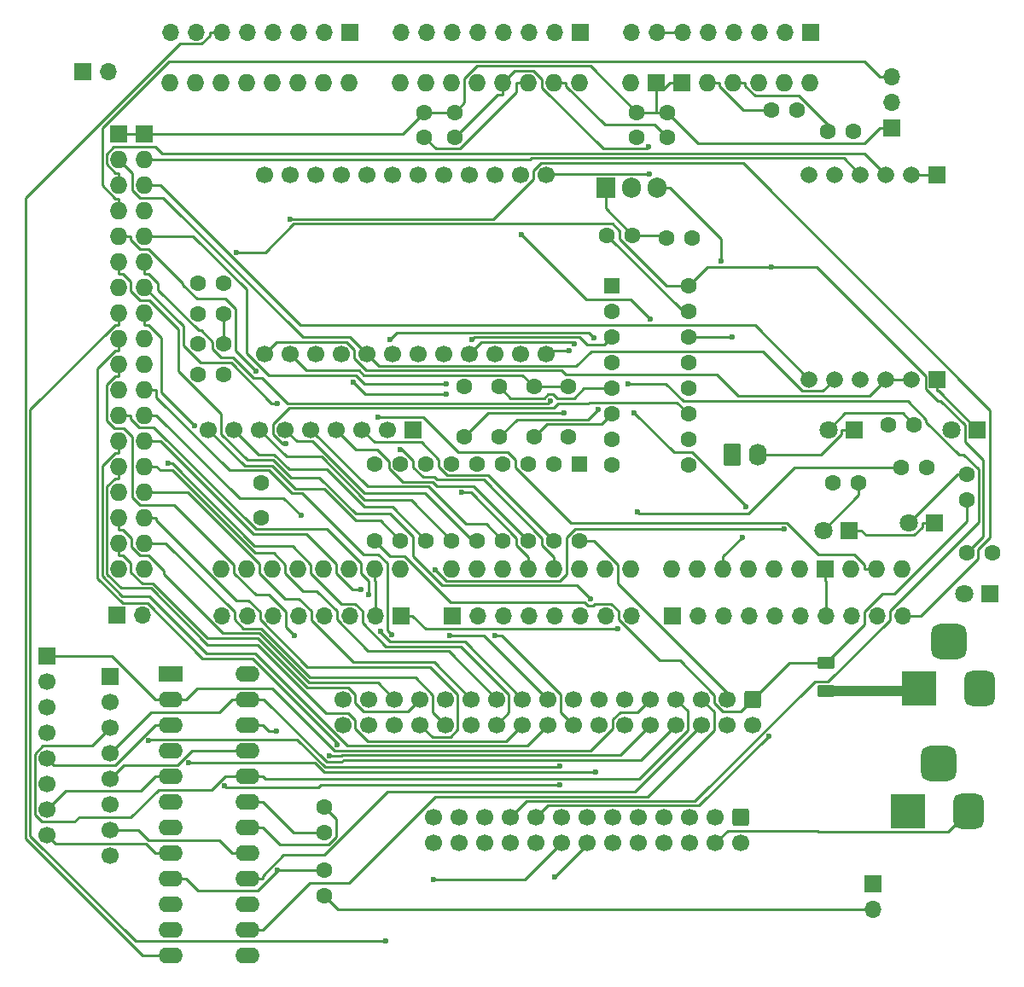
<source format=gbr>
G04 #@! TF.GenerationSoftware,KiCad,Pcbnew,9.0.4*
G04 #@! TF.CreationDate,2025-11-12T22:14:27+11:00*
G04 #@! TF.ProjectId,Jet Ranger Prod Radio Controller,4a657420-5261-46e6-9765-722050726f64,rev?*
G04 #@! TF.SameCoordinates,Original*
G04 #@! TF.FileFunction,Copper,L1,Top*
G04 #@! TF.FilePolarity,Positive*
%FSLAX46Y46*%
G04 Gerber Fmt 4.6, Leading zero omitted, Abs format (unit mm)*
G04 Created by KiCad (PCBNEW 9.0.4) date 2025-11-12 22:14:27*
%MOMM*%
%LPD*%
G01*
G04 APERTURE LIST*
G04 Aperture macros list*
%AMRoundRect*
0 Rectangle with rounded corners*
0 $1 Rounding radius*
0 $2 $3 $4 $5 $6 $7 $8 $9 X,Y pos of 4 corners*
0 Add a 4 corners polygon primitive as box body*
4,1,4,$2,$3,$4,$5,$6,$7,$8,$9,$2,$3,0*
0 Add four circle primitives for the rounded corners*
1,1,$1+$1,$2,$3*
1,1,$1+$1,$4,$5*
1,1,$1+$1,$6,$7*
1,1,$1+$1,$8,$9*
0 Add four rect primitives between the rounded corners*
20,1,$1+$1,$2,$3,$4,$5,0*
20,1,$1+$1,$4,$5,$6,$7,0*
20,1,$1+$1,$6,$7,$8,$9,0*
20,1,$1+$1,$8,$9,$2,$3,0*%
G04 Aperture macros list end*
G04 #@! TA.AperFunction,ComponentPad*
%ADD10RoundRect,0.250000X-0.600000X0.600000X-0.600000X-0.600000X0.600000X-0.600000X0.600000X0.600000X0*%
G04 #@! TD*
G04 #@! TA.AperFunction,ComponentPad*
%ADD11C,1.700000*%
G04 #@! TD*
G04 #@! TA.AperFunction,SMDPad,CuDef*
%ADD12RoundRect,0.250000X-0.625000X0.375000X-0.625000X-0.375000X0.625000X-0.375000X0.625000X0.375000X0*%
G04 #@! TD*
G04 #@! TA.AperFunction,ComponentPad*
%ADD13C,1.600000*%
G04 #@! TD*
G04 #@! TA.AperFunction,ComponentPad*
%ADD14R,1.700000X1.700000*%
G04 #@! TD*
G04 #@! TA.AperFunction,ComponentPad*
%ADD15O,1.700000X1.700000*%
G04 #@! TD*
G04 #@! TA.AperFunction,ComponentPad*
%ADD16R,2.400000X1.600000*%
G04 #@! TD*
G04 #@! TA.AperFunction,ComponentPad*
%ADD17O,2.400000X1.600000*%
G04 #@! TD*
G04 #@! TA.AperFunction,ComponentPad*
%ADD18RoundRect,0.250000X-0.620000X-0.845000X0.620000X-0.845000X0.620000X0.845000X-0.620000X0.845000X0*%
G04 #@! TD*
G04 #@! TA.AperFunction,ComponentPad*
%ADD19O,1.740000X2.190000*%
G04 #@! TD*
G04 #@! TA.AperFunction,ComponentPad*
%ADD20R,1.800000X1.800000*%
G04 #@! TD*
G04 #@! TA.AperFunction,ComponentPad*
%ADD21C,1.800000*%
G04 #@! TD*
G04 #@! TA.AperFunction,ComponentPad*
%ADD22R,3.500000X3.500000*%
G04 #@! TD*
G04 #@! TA.AperFunction,ComponentPad*
%ADD23RoundRect,0.750000X0.750000X1.000000X-0.750000X1.000000X-0.750000X-1.000000X0.750000X-1.000000X0*%
G04 #@! TD*
G04 #@! TA.AperFunction,ComponentPad*
%ADD24RoundRect,0.875000X0.875000X0.875000X-0.875000X0.875000X-0.875000X-0.875000X0.875000X-0.875000X0*%
G04 #@! TD*
G04 #@! TA.AperFunction,ComponentPad*
%ADD25RoundRect,0.250000X-0.550000X-0.550000X0.550000X-0.550000X0.550000X0.550000X-0.550000X0.550000X0*%
G04 #@! TD*
G04 #@! TA.AperFunction,ComponentPad*
%ADD26RoundRect,0.250000X-0.550000X0.550000X-0.550000X-0.550000X0.550000X-0.550000X0.550000X0.550000X0*%
G04 #@! TD*
G04 #@! TA.AperFunction,ComponentPad*
%ADD27R,1.905000X2.000000*%
G04 #@! TD*
G04 #@! TA.AperFunction,ComponentPad*
%ADD28O,1.905000X2.000000*%
G04 #@! TD*
G04 #@! TA.AperFunction,ComponentPad*
%ADD29R,1.665000X1.665000*%
G04 #@! TD*
G04 #@! TA.AperFunction,ComponentPad*
%ADD30C,1.665000*%
G04 #@! TD*
G04 #@! TA.AperFunction,ComponentPad*
%ADD31O,1.727200X1.727200*%
G04 #@! TD*
G04 #@! TA.AperFunction,ComponentPad*
%ADD32R,1.727200X1.727200*%
G04 #@! TD*
G04 #@! TA.AperFunction,ViaPad*
%ADD33C,0.600000*%
G04 #@! TD*
G04 #@! TA.AperFunction,Conductor*
%ADD34C,0.250000*%
G04 #@! TD*
G04 #@! TA.AperFunction,Conductor*
%ADD35C,1.000000*%
G04 #@! TD*
G04 APERTURE END LIST*
D10*
X103530000Y-107250000D03*
D11*
X103530000Y-109790000D03*
X100990000Y-107250000D03*
X100990000Y-109790000D03*
X98450000Y-107250000D03*
X98450000Y-109790000D03*
X95910000Y-107250000D03*
X95910000Y-109790000D03*
X93370000Y-107250000D03*
X93370000Y-109790000D03*
X90830000Y-107250000D03*
X90830000Y-109790000D03*
X88290000Y-107250000D03*
X88290000Y-109790000D03*
X85750000Y-107250000D03*
X85750000Y-109790000D03*
X83210000Y-107250000D03*
X83210000Y-109790000D03*
X80670000Y-107250000D03*
X80670000Y-109790000D03*
X78130000Y-107250000D03*
X78130000Y-109790000D03*
X75590000Y-107250000D03*
X75590000Y-109790000D03*
X73050000Y-107250000D03*
X73050000Y-109790000D03*
X70510000Y-107250000D03*
X70510000Y-109790000D03*
X67970000Y-107250000D03*
X67970000Y-109790000D03*
X65430000Y-107250000D03*
X65430000Y-109790000D03*
X62890000Y-107250000D03*
X62890000Y-109790000D03*
D12*
X110750000Y-103650000D03*
X110750000Y-106450000D03*
D13*
X70940000Y-51500000D03*
X70940000Y-49000000D03*
X78350000Y-81250000D03*
X78350000Y-76250000D03*
D14*
X63500000Y-41046400D03*
D15*
X60960000Y-41046400D03*
X58420000Y-41046400D03*
X55880000Y-41046400D03*
X53340000Y-41046400D03*
X50800000Y-41046400D03*
X48260000Y-41046400D03*
X45720000Y-41046400D03*
D16*
X45750000Y-104750000D03*
D17*
X45750000Y-107290000D03*
X45750000Y-109830000D03*
X45750000Y-112370000D03*
X45750000Y-114910000D03*
X45750000Y-117450000D03*
X45750000Y-119990000D03*
X45750000Y-122530000D03*
X45750000Y-125070000D03*
X45750000Y-127610000D03*
X45750000Y-130150000D03*
X45750000Y-132690000D03*
X53370000Y-132690000D03*
X53370000Y-130150000D03*
X53370000Y-127610000D03*
X53370000Y-125070000D03*
X53370000Y-122530000D03*
X53370000Y-119990000D03*
X53370000Y-117450000D03*
X53370000Y-114910000D03*
X53370000Y-112370000D03*
X53370000Y-109830000D03*
X53370000Y-107290000D03*
X53370000Y-104750000D03*
D14*
X117298000Y-50550000D03*
D15*
X117298000Y-48010000D03*
X117298000Y-45470000D03*
D14*
X86360000Y-41046400D03*
D15*
X83820000Y-41046400D03*
X81280000Y-41046400D03*
X78740000Y-41046400D03*
X76200000Y-41046400D03*
X73660000Y-41046400D03*
X71120000Y-41046400D03*
X68580000Y-41046400D03*
D18*
X101500000Y-83000000D03*
D19*
X104040000Y-83000000D03*
D13*
X51040000Y-72000000D03*
X48500000Y-72000000D03*
D20*
X113540000Y-80500000D03*
D21*
X111000000Y-80500000D03*
D13*
X61000000Y-117960000D03*
X61000000Y-120500000D03*
X118250000Y-84250000D03*
X120790000Y-84250000D03*
X51040000Y-66000000D03*
X48500000Y-66000000D03*
X124750000Y-87500000D03*
X124750000Y-84960000D03*
D14*
X37000000Y-45000000D03*
D15*
X39540000Y-45000000D03*
D22*
X118949000Y-118350000D03*
D23*
X124949000Y-118350000D03*
D24*
X121949000Y-113650000D03*
D25*
X89515000Y-66250000D03*
D13*
X89515000Y-68790000D03*
X89515000Y-71330000D03*
X89515000Y-73870000D03*
X89515000Y-76410000D03*
X89515000Y-78950000D03*
X89515000Y-81490000D03*
X89515000Y-84030000D03*
X97135000Y-84030000D03*
X97135000Y-81490000D03*
X97135000Y-78950000D03*
X97135000Y-76410000D03*
X97135000Y-73870000D03*
X97135000Y-71330000D03*
X97135000Y-68790000D03*
X97135000Y-66250000D03*
X73950000Y-51500000D03*
X73950000Y-49000000D03*
D20*
X127040000Y-96750000D03*
D21*
X124500000Y-96750000D03*
D13*
X54750000Y-85750000D03*
X54750000Y-89250000D03*
D20*
X125770000Y-80500000D03*
D21*
X123230000Y-80500000D03*
D26*
X86320000Y-83880000D03*
D13*
X83780000Y-83880000D03*
X81240000Y-83880000D03*
X78700000Y-83880000D03*
X76160000Y-83880000D03*
X73620000Y-83880000D03*
X71080000Y-83880000D03*
X68540000Y-83880000D03*
X66000000Y-83880000D03*
X66000000Y-91500000D03*
X68540000Y-91500000D03*
X71080000Y-91500000D03*
X73620000Y-91500000D03*
X76160000Y-91500000D03*
X78700000Y-91500000D03*
X81240000Y-91500000D03*
X83780000Y-91500000D03*
X86320000Y-91500000D03*
X51040000Y-69000000D03*
X48500000Y-69000000D03*
X51000000Y-75000000D03*
X48460000Y-75000000D03*
X124710000Y-92750000D03*
X127250000Y-92750000D03*
X117000000Y-80000000D03*
X119540000Y-80000000D03*
D14*
X68580000Y-98958400D03*
D15*
X66040000Y-98958400D03*
X63500000Y-98958400D03*
X60960000Y-98958400D03*
X58420000Y-98958400D03*
X55880000Y-98958400D03*
X53340000Y-98958400D03*
X50800000Y-98958400D03*
D14*
X33500000Y-103000000D03*
D11*
X33500000Y-105540000D03*
X33500000Y-108080000D03*
X33500000Y-110620000D03*
X33500000Y-113160000D03*
X33500000Y-115700000D03*
X33500000Y-118240000D03*
X33500000Y-120780000D03*
D13*
X94960000Y-61500000D03*
X97500000Y-61500000D03*
D27*
X88920000Y-56500000D03*
D28*
X91460000Y-56500000D03*
X94000000Y-56500000D03*
D29*
X121809000Y-55183300D03*
D30*
X119269000Y-55183300D03*
X116729000Y-55183300D03*
X114189000Y-55183300D03*
X111649000Y-55183300D03*
X109109000Y-55183300D03*
D29*
X121809000Y-75503300D03*
D30*
X119269000Y-75503300D03*
X116729000Y-75503300D03*
X114189000Y-75503300D03*
X111649000Y-75503300D03*
X109109000Y-75503300D03*
D20*
X113040000Y-90500000D03*
D21*
X110500000Y-90500000D03*
D13*
X111455000Y-85750000D03*
X113995000Y-85750000D03*
D14*
X109220000Y-41046400D03*
D15*
X106680000Y-41046400D03*
X104140000Y-41046400D03*
X101600000Y-41046400D03*
X99060000Y-41046400D03*
X96520000Y-41046400D03*
X93980000Y-41046400D03*
X91440000Y-41046400D03*
D13*
X95000000Y-51500000D03*
X95000000Y-49000000D03*
D14*
X115450000Y-125560000D03*
D15*
X115450000Y-128100000D03*
D13*
X61000000Y-126750000D03*
X61000000Y-124250000D03*
D11*
X55060000Y-73000000D03*
X57600000Y-73000000D03*
X60140000Y-73000000D03*
X62680000Y-73000000D03*
X65220000Y-73000000D03*
X67760000Y-73000000D03*
X70300000Y-73000000D03*
X72840000Y-73000000D03*
X75380000Y-73000000D03*
X77920000Y-73000000D03*
X80460000Y-73000000D03*
X83000000Y-73000000D03*
X83000000Y-55220000D03*
X80460000Y-55220000D03*
X77920000Y-55220000D03*
X75380000Y-55220000D03*
X72840000Y-55220000D03*
X70300000Y-55220000D03*
X67760000Y-55220000D03*
X65220000Y-55220000D03*
X62680000Y-55220000D03*
X60140000Y-55220000D03*
X57600000Y-55220000D03*
X55060000Y-55220000D03*
D13*
X110960000Y-50900000D03*
X113500000Y-50900000D03*
X89037500Y-61212500D03*
X91577500Y-61212500D03*
X105350000Y-48750000D03*
X107890000Y-48750000D03*
X91990000Y-51500000D03*
X91990000Y-49000000D03*
D14*
X39750000Y-105000000D03*
D11*
X39750000Y-107540000D03*
X39750000Y-110080000D03*
X39750000Y-112620000D03*
X39750000Y-115160000D03*
X39750000Y-117700000D03*
X39750000Y-120240000D03*
X39750000Y-122780000D03*
D20*
X121540000Y-89750000D03*
D21*
X119000000Y-89750000D03*
D13*
X74900000Y-81250000D03*
X74900000Y-76250000D03*
X81800000Y-81250000D03*
X81800000Y-76250000D03*
D14*
X69820000Y-80500000D03*
D11*
X67280000Y-80500000D03*
X64740000Y-80500000D03*
X62200000Y-80500000D03*
X59660000Y-80500000D03*
X57120000Y-80500000D03*
X54580000Y-80500000D03*
X52040000Y-80500000D03*
X49500000Y-80500000D03*
D22*
X120000000Y-106207500D03*
D23*
X126000000Y-106207500D03*
D24*
X123000000Y-101507500D03*
D14*
X95504000Y-98958400D03*
D15*
X98044000Y-98958400D03*
X100584000Y-98958400D03*
X103124000Y-98958400D03*
X105664000Y-98958400D03*
X108204000Y-98958400D03*
X110744000Y-98958400D03*
X113284000Y-98958400D03*
X115824000Y-98958400D03*
X118364000Y-98958400D03*
D10*
X102330000Y-119000000D03*
D11*
X102330000Y-121540000D03*
X99790000Y-119000000D03*
X99790000Y-121540000D03*
X97250000Y-119000000D03*
X97250000Y-121540000D03*
X94710000Y-119000000D03*
X94710000Y-121540000D03*
X92170000Y-119000000D03*
X92170000Y-121540000D03*
X89630000Y-119000000D03*
X89630000Y-121540000D03*
X87090000Y-119000000D03*
X87090000Y-121540000D03*
X84550000Y-119000000D03*
X84550000Y-121540000D03*
X82010000Y-119000000D03*
X82010000Y-121540000D03*
X79470000Y-119000000D03*
X79470000Y-121540000D03*
X76930000Y-119000000D03*
X76930000Y-121540000D03*
X74390000Y-119000000D03*
X74390000Y-121540000D03*
X71850000Y-119000000D03*
X71850000Y-121540000D03*
D13*
X85250000Y-81250000D03*
X85250000Y-76250000D03*
D14*
X40411400Y-98933000D03*
D15*
X42951400Y-98933000D03*
D14*
X73660000Y-98958400D03*
D15*
X76200000Y-98958400D03*
X78740000Y-98958400D03*
X81280000Y-98958400D03*
X83820000Y-98958400D03*
X86360000Y-98958400D03*
X88900000Y-98958400D03*
X91440000Y-98958400D03*
D31*
X109205000Y-46039300D03*
X101585000Y-46039300D03*
X99045000Y-46039300D03*
X43165000Y-94299300D03*
X40625000Y-94299300D03*
X86345000Y-46039300D03*
X83805000Y-46039300D03*
X81265000Y-46039300D03*
X78725000Y-46039300D03*
X76185000Y-46039300D03*
X73645000Y-46039300D03*
X71105000Y-46039300D03*
X68565000Y-46039300D03*
X63485000Y-46039300D03*
X60945000Y-46039300D03*
X58405000Y-46039300D03*
X55865000Y-46039300D03*
X53325000Y-46039300D03*
X50785000Y-46039300D03*
X48245000Y-46039300D03*
X45705000Y-46039300D03*
X113269000Y-94299300D03*
X73645000Y-94299300D03*
X76185000Y-94299300D03*
X78725000Y-94299300D03*
X81265000Y-94299300D03*
X83805000Y-94299300D03*
X86345000Y-94299300D03*
X88885000Y-94299300D03*
X91425000Y-94299300D03*
X95489000Y-94299300D03*
X98029000Y-94299300D03*
X100569000Y-94299300D03*
X103109000Y-94299300D03*
X105649000Y-94299300D03*
X108189000Y-94299300D03*
X68565000Y-94299300D03*
X66025000Y-94299300D03*
X63485000Y-94299300D03*
X60945000Y-94299300D03*
X58405000Y-94299300D03*
X55865000Y-94299300D03*
X53325000Y-94299300D03*
X50785000Y-94299300D03*
X43165000Y-91759300D03*
X40625000Y-91759300D03*
X43165000Y-89219300D03*
X40625000Y-89219300D03*
X43165000Y-86679300D03*
X40625000Y-86679300D03*
X43165000Y-84139300D03*
X40625000Y-84139300D03*
X43165000Y-81599300D03*
X40625000Y-81599300D03*
X43165000Y-79059300D03*
X40625000Y-79059300D03*
X43165000Y-76519300D03*
X40625000Y-76519300D03*
X43165000Y-73979300D03*
X40625000Y-73979300D03*
X43165000Y-71439300D03*
X40625000Y-71439300D03*
X43165000Y-68899300D03*
X40625000Y-68899300D03*
X43165000Y-66359300D03*
X40625000Y-66359300D03*
X43165000Y-63819300D03*
X40625000Y-63819300D03*
X43165000Y-61279300D03*
X40625000Y-61279300D03*
X43165000Y-58739300D03*
X40625000Y-58739300D03*
X43165000Y-56199300D03*
X40625000Y-56199300D03*
X43165000Y-53659300D03*
X40625000Y-53659300D03*
D32*
X110729000Y-94299300D03*
X96505000Y-46039300D03*
X93965000Y-46039300D03*
X43165000Y-51119300D03*
X40625000Y-51119300D03*
D31*
X106665000Y-46039300D03*
X104125000Y-46039300D03*
X118349000Y-94299300D03*
X115809000Y-94299300D03*
X91425000Y-46039300D03*
D33*
X93278200Y-55098000D03*
X101500000Y-71330000D03*
X43592400Y-111357100D03*
X84342600Y-113888600D03*
X91096500Y-75922800D03*
X85825100Y-71987300D03*
X105125600Y-110899400D03*
X102814800Y-88155800D03*
X91732300Y-78800500D03*
X85295300Y-72690800D03*
X67108200Y-131277300D03*
X83885400Y-124898800D03*
X62277800Y-111762300D03*
X71803600Y-125177800D03*
X48109900Y-80118400D03*
X51099400Y-115874600D03*
X84342600Y-115788800D03*
X100347400Y-63736000D03*
X47538900Y-113574100D03*
X87945100Y-114468700D03*
X58008100Y-100927500D03*
X56332800Y-77877800D03*
X88183100Y-78480000D03*
X84801400Y-78868800D03*
X75685400Y-71529100D03*
X68512800Y-82448700D03*
X74624000Y-86718100D03*
X57223400Y-81892100D03*
X80534900Y-61157700D03*
X93298000Y-69538800D03*
X67521500Y-71521800D03*
X87781800Y-71418400D03*
X56218900Y-110453500D03*
X93133700Y-52457800D03*
X73483100Y-100904600D03*
X54224700Y-74716200D03*
X45508300Y-83872100D03*
X67697500Y-100865300D03*
X87395500Y-97330400D03*
X64675200Y-96394800D03*
X66580900Y-100550800D03*
X61495800Y-112888100D03*
X73100300Y-75947500D03*
X77970600Y-100945200D03*
X58728400Y-89042400D03*
X63868500Y-75790400D03*
X73145400Y-76969600D03*
X102463000Y-91206500D03*
X72010800Y-94400900D03*
X106610800Y-90388000D03*
X90155000Y-100245800D03*
X92045200Y-88680000D03*
X65405000Y-96846800D03*
X57577600Y-59584200D03*
X66361900Y-79250200D03*
X83440600Y-77632100D03*
X105350000Y-64382800D03*
X52269400Y-62883600D03*
X56370800Y-124192500D03*
D34*
X83122000Y-55098000D02*
X93278200Y-55098000D01*
X83000000Y-55220000D02*
X83122000Y-55098000D01*
X97135000Y-71330000D02*
X101500000Y-71330000D01*
X84267900Y-113963300D02*
X84342600Y-113888600D01*
X61050400Y-113963300D02*
X84267900Y-113963300D01*
X58315600Y-111228500D02*
X61050400Y-113963300D01*
X43721000Y-111228500D02*
X58315600Y-111228500D01*
X43592400Y-111357100D02*
X43721000Y-111228500D01*
X94900500Y-75922800D02*
X91096500Y-75922800D01*
X96657700Y-77680000D02*
X94900500Y-75922800D01*
X118889000Y-77680000D02*
X96657700Y-77680000D01*
X120709800Y-79500800D02*
X118889000Y-77680000D01*
X120709800Y-79745900D02*
X120709800Y-79500800D01*
X123963700Y-82999800D02*
X120709800Y-79745900D01*
X124449700Y-82999800D02*
X123963700Y-82999800D01*
X125895000Y-84445100D02*
X124449700Y-82999800D01*
X125895000Y-89662500D02*
X125895000Y-84445100D01*
X117094000Y-98463500D02*
X125895000Y-89662500D01*
X117094000Y-99383100D02*
X117094000Y-98463500D01*
X110978300Y-105498800D02*
X117094000Y-99383100D01*
X109642200Y-105498800D02*
X110978300Y-105498800D01*
X97767400Y-117373600D02*
X109642200Y-105498800D01*
X81096400Y-117373600D02*
X97767400Y-117373600D01*
X79470000Y-119000000D02*
X81096400Y-117373600D01*
X76564400Y-71815600D02*
X75380000Y-73000000D01*
X85653400Y-71815600D02*
X76564400Y-71815600D01*
X85825100Y-71987300D02*
X85653400Y-71815600D01*
X98201200Y-117823800D02*
X105125600Y-110899400D01*
X83186200Y-117823800D02*
X98201200Y-117823800D01*
X82010000Y-119000000D02*
X83186200Y-117823800D01*
X95691800Y-82760000D02*
X91732300Y-78800500D01*
X97509900Y-82760000D02*
X95691800Y-82760000D01*
X102814800Y-88064900D02*
X97509900Y-82760000D01*
X102814800Y-88155800D02*
X102814800Y-88064900D01*
X83309200Y-72690800D02*
X85295300Y-72690800D01*
X83000000Y-73000000D02*
X83309200Y-72690800D01*
X87090000Y-121694200D02*
X87090000Y-121540000D01*
X83885400Y-124898800D02*
X87090000Y-121694200D01*
X40625000Y-68899300D02*
X40625000Y-70088000D01*
X40253500Y-70088000D02*
X40625000Y-70088000D01*
X31821900Y-78519600D02*
X40253500Y-70088000D01*
X31821900Y-120813800D02*
X31821900Y-78519600D01*
X42285400Y-131277300D02*
X31821900Y-120813800D01*
X67108200Y-131277300D02*
X42285400Y-131277300D01*
X62277800Y-111636700D02*
X62277800Y-111762300D01*
X53884900Y-103243800D02*
X62277800Y-111636700D01*
X48924000Y-103243800D02*
X53884900Y-103243800D01*
X43438100Y-97757900D02*
X48924000Y-103243800D01*
X41003200Y-97757900D02*
X43438100Y-97757900D01*
X38480800Y-95235500D02*
X41003200Y-97757900D01*
X38480800Y-74400700D02*
X38480800Y-95235500D01*
X40253500Y-72628000D02*
X38480800Y-74400700D01*
X40625000Y-72628000D02*
X40253500Y-72628000D01*
X40625000Y-71439300D02*
X40625000Y-72628000D01*
X80912200Y-125177800D02*
X71803600Y-125177800D01*
X84550000Y-121540000D02*
X80912200Y-125177800D01*
X44803900Y-76812400D02*
X48109900Y-80118400D01*
X44803900Y-71355400D02*
X44803900Y-76812400D01*
X43536500Y-70088000D02*
X44803900Y-71355400D01*
X43165000Y-70088000D02*
X43536500Y-70088000D01*
X60667100Y-115788800D02*
X84342600Y-115788800D01*
X60417700Y-116038200D02*
X60667100Y-115788800D01*
X51263000Y-116038200D02*
X60417700Y-116038200D01*
X51099400Y-115874600D02*
X51263000Y-116038200D01*
X43165000Y-68899300D02*
X43165000Y-70088000D01*
X100347400Y-61569800D02*
X95277600Y-56500000D01*
X100347400Y-63736000D02*
X100347400Y-61569800D01*
X94000000Y-56500000D02*
X95277600Y-56500000D01*
X87900100Y-114513700D02*
X87945100Y-114468700D01*
X60964200Y-114513700D02*
X87900100Y-114513700D01*
X60024600Y-113574100D02*
X60964200Y-114513700D01*
X47538900Y-113574100D02*
X60024600Y-113574100D01*
X57214200Y-100133600D02*
X58008100Y-100927500D01*
X57214200Y-98578200D02*
X57214200Y-100133600D01*
X55532000Y-96896000D02*
X57214200Y-98578200D01*
X54232600Y-96896000D02*
X55532000Y-96896000D01*
X52055000Y-94718400D02*
X54232600Y-96896000D01*
X52055000Y-93877300D02*
X52055000Y-94718400D01*
X46127000Y-87949300D02*
X52055000Y-93877300D01*
X42731800Y-87949300D02*
X46127000Y-87949300D01*
X41976200Y-87193700D02*
X42731800Y-87949300D01*
X41976200Y-81246800D02*
X41976200Y-87193700D01*
X41091500Y-80362100D02*
X41976200Y-81246800D01*
X40162900Y-80362100D02*
X41091500Y-80362100D01*
X39412200Y-79611400D02*
X40162900Y-80362100D01*
X39412200Y-76046700D02*
X39412200Y-79611400D01*
X40290900Y-75168000D02*
X39412200Y-76046700D01*
X40625000Y-75168000D02*
X40290900Y-75168000D01*
X40625000Y-73979300D02*
X40625000Y-75168000D01*
X55781900Y-77877800D02*
X56332800Y-77877800D01*
X51751200Y-73847100D02*
X55781900Y-77877800D01*
X48718800Y-73847100D02*
X51751200Y-73847100D01*
X47037000Y-72165300D02*
X48718800Y-73847100D01*
X47037000Y-70231300D02*
X47037000Y-72165300D01*
X43165000Y-66359300D02*
X47037000Y-70231300D01*
X88521000Y-79944000D02*
X89515000Y-78950000D01*
X83106000Y-79944000D02*
X88521000Y-79944000D01*
X81800000Y-81250000D02*
X83106000Y-79944000D01*
X87169200Y-79493900D02*
X88183100Y-78480000D01*
X80106100Y-79493900D02*
X87169200Y-79493900D01*
X78350000Y-81250000D02*
X80106100Y-79493900D01*
X79490100Y-77390100D02*
X78350000Y-76250000D01*
X82798700Y-77390100D02*
X79490100Y-77390100D01*
X83181800Y-77007000D02*
X82798700Y-77390100D01*
X83699600Y-77007000D02*
X83181800Y-77007000D01*
X84082700Y-77390100D02*
X83699600Y-77007000D01*
X85763800Y-77390100D02*
X84082700Y-77390100D01*
X86743900Y-76410000D02*
X85763800Y-77390100D01*
X89515000Y-76410000D02*
X86743900Y-76410000D01*
X77281200Y-78868800D02*
X74900000Y-81250000D01*
X84801400Y-78868800D02*
X77281200Y-78868800D01*
X88801500Y-72043500D02*
X89515000Y-71330000D01*
X87032600Y-72043500D02*
X88801500Y-72043500D01*
X86319100Y-71330000D02*
X87032600Y-72043500D01*
X75884500Y-71330000D02*
X86319100Y-71330000D01*
X75685400Y-71529100D02*
X75884500Y-71330000D01*
X40625000Y-91759300D02*
X40625000Y-92948000D01*
X69319400Y-108440600D02*
X70510000Y-107250000D01*
X64890500Y-108440600D02*
X69319400Y-108440600D01*
X64065100Y-107615200D02*
X64890500Y-108440600D01*
X64065100Y-106763300D02*
X64065100Y-107615200D01*
X63376700Y-106074900D02*
X64065100Y-106763300D01*
X59283300Y-106074900D02*
X63376700Y-106074900D01*
X54380100Y-101171700D02*
X59283300Y-106074900D01*
X49399600Y-101171700D02*
X54380100Y-101171700D01*
X44009600Y-95781700D02*
X49399600Y-101171700D01*
X42919900Y-95781700D02*
X44009600Y-95781700D01*
X41813700Y-94675500D02*
X42919900Y-95781700D01*
X41813700Y-93765100D02*
X41813700Y-94675500D01*
X40996600Y-92948000D02*
X41813700Y-93765100D01*
X40625000Y-92948000D02*
X40996600Y-92948000D01*
X43165000Y-89219300D02*
X44353700Y-89219300D01*
X71706900Y-110986900D02*
X70510000Y-109790000D01*
X73530900Y-110986900D02*
X71706900Y-110986900D01*
X74233400Y-110284400D02*
X73530900Y-110986900D01*
X74233400Y-106748000D02*
X74233400Y-110284400D01*
X71524500Y-104039100D02*
X74233400Y-106748000D01*
X59292200Y-104039100D02*
X71524500Y-104039100D01*
X54610000Y-99356900D02*
X59292200Y-104039100D01*
X54610000Y-98562700D02*
X54610000Y-99356900D01*
X53488300Y-97441000D02*
X54610000Y-98562700D01*
X52242700Y-97441000D02*
X53488300Y-97441000D01*
X44353700Y-89552000D02*
X52242700Y-97441000D01*
X44353700Y-89219300D02*
X44353700Y-89552000D01*
X71780000Y-108520000D02*
X73050000Y-109790000D01*
X71780000Y-106835100D02*
X71780000Y-108520000D01*
X70016300Y-105071400D02*
X71780000Y-106835100D01*
X59553000Y-105071400D02*
X70016300Y-105071400D01*
X54753100Y-100271500D02*
X59553000Y-105071400D01*
X52990400Y-100271500D02*
X54753100Y-100271500D01*
X52070000Y-99351100D02*
X52990400Y-100271500D01*
X52070000Y-98566400D02*
X52070000Y-99351100D01*
X45262900Y-91759300D02*
X52070000Y-98566400D01*
X43165000Y-91759300D02*
X45262900Y-91759300D01*
X83805000Y-94299300D02*
X83805000Y-93110600D01*
X68706900Y-82448700D02*
X68512800Y-82448700D01*
X69810100Y-83551900D02*
X68706900Y-82448700D01*
X69810100Y-84239200D02*
X69810100Y-83551900D01*
X70801100Y-85230200D02*
X69810100Y-84239200D01*
X71932700Y-85230200D02*
X70801100Y-85230200D01*
X72157800Y-85455300D02*
X71932700Y-85230200D01*
X76802900Y-85455300D02*
X72157800Y-85455300D01*
X82616300Y-91268700D02*
X76802900Y-85455300D01*
X82616300Y-91996300D02*
X82616300Y-91268700D01*
X83730600Y-93110600D02*
X82616300Y-91996300D01*
X83805000Y-93110600D02*
X83730600Y-93110600D01*
X93750000Y-50250000D02*
X95000000Y-51500000D01*
X88832900Y-50250000D02*
X93750000Y-50250000D01*
X84993700Y-46410800D02*
X88832900Y-50250000D01*
X84993700Y-46039300D02*
X84993700Y-46410800D01*
X83805000Y-46039300D02*
X84993700Y-46039300D01*
X75522000Y-86718100D02*
X74624000Y-86718100D01*
X80076300Y-91272400D02*
X75522000Y-86718100D01*
X80076300Y-91996300D02*
X80076300Y-91272400D01*
X81190600Y-93110600D02*
X80076300Y-91996300D01*
X81265000Y-93110600D02*
X81190600Y-93110600D01*
X81265000Y-94299300D02*
X81265000Y-93110600D01*
X95985100Y-77800100D02*
X97135000Y-78950000D01*
X87306900Y-77800100D02*
X95985100Y-77800100D01*
X87165800Y-77941200D02*
X87306900Y-77800100D01*
X84205100Y-77941200D02*
X87165800Y-77941200D01*
X83786600Y-78359700D02*
X84205100Y-77941200D01*
X57494000Y-78359700D02*
X83786600Y-78359700D01*
X55918900Y-79934800D02*
X57494000Y-78359700D01*
X55918900Y-80967200D02*
X55918900Y-79934800D01*
X56843800Y-81892100D02*
X55918900Y-80967200D01*
X57223400Y-81892100D02*
X56843800Y-81892100D01*
X66546200Y-89506200D02*
X68540000Y-91500000D01*
X64086600Y-89506200D02*
X66546200Y-89506200D01*
X60959800Y-86379400D02*
X64086600Y-89506200D01*
X58148000Y-86379400D02*
X60959800Y-86379400D01*
X55867300Y-84098700D02*
X58148000Y-86379400D01*
X53098700Y-84098700D02*
X55867300Y-84098700D01*
X49500000Y-80500000D02*
X53098700Y-84098700D01*
X91360800Y-67601600D02*
X93298000Y-69538800D01*
X86978800Y-67601600D02*
X91360800Y-67601600D01*
X80534900Y-61157700D02*
X86978800Y-67601600D01*
X65290400Y-86130400D02*
X59660000Y-80500000D01*
X71334900Y-86130400D02*
X65290400Y-86130400D01*
X75055200Y-89850700D02*
X71334900Y-86130400D01*
X77050700Y-89850700D02*
X75055200Y-89850700D01*
X78700000Y-91500000D02*
X77050700Y-89850700D01*
X75699000Y-91500000D02*
X76160000Y-91500000D01*
X71004500Y-86805500D02*
X75699000Y-91500000D01*
X64976500Y-86805500D02*
X71004500Y-86805500D01*
X59846200Y-81675200D02*
X64976500Y-86805500D01*
X58295200Y-81675200D02*
X59846200Y-81675200D01*
X57120000Y-80500000D02*
X58295200Y-81675200D01*
X54513400Y-82973400D02*
X52040000Y-80500000D01*
X56015300Y-82973400D02*
X54513400Y-82973400D01*
X57499900Y-84458000D02*
X56015300Y-82973400D01*
X61262600Y-84458000D02*
X57499900Y-84458000D01*
X64960500Y-88155900D02*
X61262600Y-84458000D01*
X67735900Y-88155900D02*
X64960500Y-88155900D01*
X71080000Y-91500000D02*
X67735900Y-88155900D01*
X100990000Y-106640200D02*
X100990000Y-107250000D01*
X90155000Y-95805200D02*
X100990000Y-106640200D01*
X90155000Y-93878200D02*
X90155000Y-95805200D01*
X87776800Y-91500000D02*
X90155000Y-93878200D01*
X86320000Y-91500000D02*
X87776800Y-91500000D01*
X87243200Y-70879800D02*
X87781800Y-71418400D01*
X68163500Y-70879800D02*
X87243200Y-70879800D01*
X67521500Y-71521800D02*
X68163500Y-70879800D01*
X45750000Y-109830000D02*
X44224900Y-109830000D01*
X34144700Y-113804700D02*
X33500000Y-113160000D01*
X40250200Y-113804700D02*
X34144700Y-113804700D01*
X44224900Y-109830000D02*
X40250200Y-113804700D01*
X50574900Y-121260000D02*
X51844900Y-122530000D01*
X43591600Y-121260000D02*
X50574900Y-121260000D01*
X42571600Y-120240000D02*
X43591600Y-121260000D01*
X39750000Y-120240000D02*
X42571600Y-120240000D01*
X53370000Y-122530000D02*
X51844900Y-122530000D01*
X55518600Y-110453500D02*
X54895100Y-109830000D01*
X56218900Y-110453500D02*
X55518600Y-110453500D01*
X53370000Y-109830000D02*
X54895100Y-109830000D01*
X77285100Y-85005100D02*
X83780000Y-91500000D01*
X73147500Y-85005100D02*
X77285100Y-85005100D01*
X72350000Y-84207600D02*
X73147500Y-85005100D01*
X72350000Y-83481200D02*
X72350000Y-84207600D01*
X70619100Y-81750300D02*
X72350000Y-83481200D01*
X65990300Y-81750300D02*
X70619100Y-81750300D01*
X64740000Y-80500000D02*
X65990300Y-81750300D01*
X72074900Y-52634900D02*
X70940000Y-51500000D01*
X74446500Y-52634900D02*
X72074900Y-52634900D01*
X80076300Y-47005100D02*
X74446500Y-52634900D01*
X80076300Y-46039300D02*
X80076300Y-47005100D01*
X81265000Y-46039300D02*
X80076300Y-46039300D01*
X78222000Y-47228000D02*
X73950000Y-51500000D01*
X78725000Y-47228000D02*
X78222000Y-47228000D01*
X78725000Y-46039300D02*
X78725000Y-47228000D01*
X79913800Y-44850500D02*
X78725000Y-46039300D01*
X81759000Y-44850500D02*
X79913800Y-44850500D01*
X82616200Y-45707700D02*
X81759000Y-44850500D01*
X82616200Y-46565000D02*
X82616200Y-45707700D01*
X88684100Y-52632900D02*
X82616200Y-46565000D01*
X92958600Y-52632900D02*
X88684100Y-52632900D01*
X93133700Y-52457800D02*
X92958600Y-52632900D01*
X45750000Y-107290000D02*
X47275100Y-107290000D01*
X39934900Y-103000000D02*
X44224900Y-107290000D01*
X34675100Y-103000000D02*
X39934900Y-103000000D01*
X33500000Y-103000000D02*
X34675100Y-103000000D01*
X45750000Y-107290000D02*
X44224900Y-107290000D01*
X92100000Y-108520000D02*
X93370000Y-107250000D01*
X90399100Y-108520000D02*
X92100000Y-108520000D01*
X89654800Y-109264300D02*
X90399100Y-108520000D01*
X89654800Y-110153000D02*
X89654800Y-109264300D01*
X87450400Y-112357400D02*
X89654800Y-110153000D01*
X62566800Y-112357400D02*
X87450400Y-112357400D01*
X62536800Y-112387400D02*
X62566800Y-112357400D01*
X62018900Y-112387400D02*
X62536800Y-112387400D01*
X55796300Y-106164800D02*
X62018900Y-112387400D01*
X48400300Y-106164800D02*
X55796300Y-106164800D01*
X47275100Y-107290000D02*
X48400300Y-106164800D01*
X69600700Y-87480700D02*
X73620000Y-91500000D01*
X65014900Y-87480700D02*
X69600700Y-87480700D01*
X60732700Y-83198500D02*
X65014900Y-87480700D01*
X57278500Y-83198500D02*
X60732700Y-83198500D01*
X54580000Y-80500000D02*
X57278500Y-83198500D01*
X64163100Y-82463100D02*
X62200000Y-80500000D01*
X66205400Y-82463100D02*
X64163100Y-82463100D01*
X67414900Y-83672600D02*
X66205400Y-82463100D01*
X67414900Y-84345900D02*
X67414900Y-83672600D01*
X68749300Y-85680300D02*
X67414900Y-84345900D01*
X71746100Y-85680300D02*
X68749300Y-85680300D01*
X72158800Y-86093000D02*
X71746100Y-85680300D01*
X75833000Y-86093000D02*
X72158800Y-86093000D01*
X81240000Y-91500000D02*
X75833000Y-86093000D01*
X99663700Y-108463700D02*
X98450000Y-107250000D01*
X99663700Y-110307100D02*
X99663700Y-108463700D01*
X93047400Y-116923400D02*
X99663700Y-110307100D01*
X72026600Y-116923400D02*
X93047400Y-116923400D01*
X63450000Y-125500000D02*
X72026600Y-116923400D01*
X59545100Y-125500000D02*
X63450000Y-125500000D01*
X54895100Y-130150000D02*
X59545100Y-125500000D01*
X53370000Y-130150000D02*
X54895100Y-130150000D01*
X40625000Y-84139300D02*
X40625000Y-85328000D01*
X40253500Y-85328000D02*
X40625000Y-85328000D01*
X39423100Y-86158400D02*
X40253500Y-85328000D01*
X39423100Y-94841000D02*
X39423100Y-86158400D01*
X40813900Y-96231800D02*
X39423100Y-94841000D01*
X43823100Y-96231800D02*
X40813900Y-96231800D01*
X49438100Y-101846800D02*
X43823100Y-96231800D01*
X54418600Y-101846800D02*
X49438100Y-101846800D01*
X61186700Y-108614900D02*
X54418600Y-101846800D01*
X63376700Y-108614900D02*
X61186700Y-108614900D01*
X64065100Y-109303300D02*
X63376700Y-108614900D01*
X64065100Y-110193300D02*
X64065100Y-109303300D01*
X65308800Y-111437000D02*
X64065100Y-110193300D01*
X79023100Y-111437000D02*
X65308800Y-111437000D01*
X79023100Y-111436900D02*
X79023100Y-111437000D01*
X80670000Y-109790000D02*
X79023100Y-111436900D01*
X76864600Y-100904600D02*
X73483100Y-100904600D01*
X83210000Y-107250000D02*
X76864600Y-100904600D01*
X41813700Y-61648800D02*
X41813700Y-61279300D01*
X42714200Y-62549300D02*
X41813700Y-61648800D01*
X43592800Y-62549300D02*
X42714200Y-62549300D01*
X46980000Y-65936500D02*
X43592800Y-62549300D01*
X46980000Y-66132100D02*
X46980000Y-65936500D01*
X48347900Y-67500000D02*
X46980000Y-66132100D01*
X51171700Y-67500000D02*
X48347900Y-67500000D01*
X52165200Y-68493500D02*
X51171700Y-67500000D01*
X52165200Y-72656700D02*
X52165200Y-68493500D01*
X54224700Y-74716200D02*
X52165200Y-72656700D01*
X40625000Y-61279300D02*
X41813700Y-61279300D01*
X79320600Y-108599400D02*
X78130000Y-109790000D01*
X79320600Y-106774000D02*
X79320600Y-108599400D01*
X74560300Y-102013700D02*
X79320600Y-106774000D01*
X67104500Y-102013700D02*
X74560300Y-102013700D01*
X64770000Y-99679200D02*
X67104500Y-102013700D01*
X64770000Y-98519500D02*
X64770000Y-99679200D01*
X64017700Y-97767200D02*
X64770000Y-98519500D01*
X62693700Y-97767200D02*
X64017700Y-97767200D01*
X59675000Y-94748500D02*
X62693700Y-97767200D01*
X59675000Y-93882100D02*
X59675000Y-94748500D01*
X57826700Y-92033800D02*
X59675000Y-93882100D01*
X54082700Y-92033800D02*
X57826700Y-92033800D01*
X45921000Y-83872100D02*
X54082700Y-92033800D01*
X45508300Y-83872100D02*
X45921000Y-83872100D01*
X73343900Y-102463900D02*
X78130000Y-107250000D01*
X65334700Y-102463900D02*
X73343900Y-102463900D01*
X62230000Y-99359200D02*
X65334700Y-102463900D01*
X62230000Y-98494500D02*
X62230000Y-99359200D01*
X60248600Y-96513100D02*
X62230000Y-98494500D01*
X58859900Y-96513100D02*
X60248600Y-96513100D01*
X57135000Y-94788200D02*
X58859900Y-96513100D01*
X57135000Y-93885600D02*
X57135000Y-94788200D01*
X55968600Y-92719200D02*
X57135000Y-93885600D01*
X54131400Y-92719200D02*
X55968600Y-92719200D01*
X45909500Y-84497300D02*
X54131400Y-92719200D01*
X44711700Y-84497300D02*
X45909500Y-84497300D01*
X44353700Y-84139300D02*
X44711700Y-84497300D01*
X43165000Y-84139300D02*
X44353700Y-84139300D01*
X43165000Y-76519300D02*
X44353700Y-76519300D01*
X67245900Y-100413700D02*
X67697500Y-100865300D01*
X67245900Y-93771800D02*
X67245900Y-100413700D01*
X66341900Y-92867800D02*
X67245900Y-93771800D01*
X64867200Y-92867800D02*
X66341900Y-92867800D01*
X58829000Y-86829600D02*
X64867200Y-92867800D01*
X57736400Y-86829600D02*
X58829000Y-86829600D01*
X55455600Y-84548800D02*
X57736400Y-86829600D01*
X51616000Y-84548800D02*
X55455600Y-84548800D01*
X44353700Y-77286500D02*
X51616000Y-84548800D01*
X44353700Y-76519300D02*
X44353700Y-77286500D01*
X86038400Y-95973300D02*
X87395500Y-97330400D01*
X72689900Y-95973300D02*
X86038400Y-95973300D01*
X69810000Y-93093400D02*
X72689900Y-95973300D01*
X69810000Y-91095100D02*
X69810000Y-93093400D01*
X67545900Y-88831000D02*
X69810000Y-91095100D01*
X64086500Y-88831000D02*
X67545900Y-88831000D01*
X60514900Y-85259400D02*
X64086500Y-88831000D01*
X57664700Y-85259400D02*
X60514900Y-85259400D01*
X55941300Y-83536000D02*
X57664700Y-85259400D01*
X53366300Y-83536000D02*
X55941300Y-83536000D01*
X50770000Y-80939700D02*
X53366300Y-83536000D01*
X50770000Y-78946100D02*
X50770000Y-80939700D01*
X46558100Y-74734200D02*
X50770000Y-78946100D01*
X46558100Y-70522400D02*
X46558100Y-74734200D01*
X43665000Y-67629300D02*
X46558100Y-70522400D01*
X42731800Y-67629300D02*
X43665000Y-67629300D01*
X41813700Y-66711200D02*
X42731800Y-67629300D01*
X41813700Y-65825100D02*
X41813700Y-66711200D01*
X40996600Y-65008000D02*
X41813700Y-65825100D01*
X40625000Y-65008000D02*
X40996600Y-65008000D01*
X40625000Y-63819300D02*
X40625000Y-65008000D01*
X119757500Y-106450000D02*
X120000000Y-106207500D01*
X118940000Y-106450000D02*
X119757500Y-106450000D01*
X45750000Y-122530000D02*
X44224900Y-122530000D01*
X43260200Y-121565300D02*
X44224900Y-122530000D01*
X34285300Y-121565300D02*
X43260200Y-121565300D01*
X33500000Y-120780000D02*
X34285300Y-121565300D01*
X41125200Y-113784800D02*
X39750000Y-115160000D01*
X46428400Y-113784800D02*
X41125200Y-113784800D01*
X47843200Y-112370000D02*
X46428400Y-113784800D01*
X53370000Y-112370000D02*
X47843200Y-112370000D01*
X42752500Y-116382400D02*
X44224900Y-114910000D01*
X35357600Y-116382400D02*
X42752500Y-116382400D01*
X33500000Y-118240000D02*
X35357600Y-116382400D01*
X45750000Y-114910000D02*
X44224900Y-114910000D01*
X53370000Y-114910000D02*
X54895100Y-114910000D01*
X53370000Y-114910000D02*
X51844900Y-114910000D01*
X97086500Y-108426500D02*
X95910000Y-107250000D01*
X97086500Y-110310600D02*
X97086500Y-108426500D01*
X92244000Y-115153100D02*
X97086500Y-110310600D01*
X55138200Y-115153100D02*
X92244000Y-115153100D01*
X54895100Y-114910000D02*
X55138200Y-115153100D01*
X37940000Y-111890000D02*
X39750000Y-110080000D01*
X33073400Y-111890000D02*
X37940000Y-111890000D01*
X32278700Y-112684700D02*
X33073400Y-111890000D01*
X32278700Y-118685300D02*
X32278700Y-112684700D01*
X33008600Y-119415200D02*
X32278700Y-118685300D01*
X36224600Y-119415200D02*
X33008600Y-119415200D01*
X36669800Y-118970000D02*
X36224600Y-119415200D01*
X41792600Y-118970000D02*
X36669800Y-118970000D01*
X44528700Y-116233900D02*
X41792600Y-118970000D01*
X49856200Y-116233900D02*
X44528700Y-116233900D01*
X51180100Y-114910000D02*
X49856200Y-116233900D01*
X51844900Y-114910000D02*
X51180100Y-114910000D01*
X53726700Y-107290000D02*
X54895100Y-107290000D01*
X53726700Y-107290000D02*
X53370000Y-107290000D01*
X53370000Y-107290000D02*
X51844900Y-107290000D01*
X43775200Y-108594800D02*
X39750000Y-112620000D01*
X50540100Y-108594800D02*
X43775200Y-108594800D01*
X51844900Y-107290000D02*
X50540100Y-108594800D01*
X92436500Y-113263500D02*
X95910000Y-109790000D01*
X62933900Y-113263500D02*
X92436500Y-113263500D01*
X62684200Y-113513200D02*
X62933900Y-113263500D01*
X61236900Y-113513200D02*
X62684200Y-113513200D01*
X55013700Y-107290000D02*
X61236900Y-113513200D01*
X54895100Y-107290000D02*
X55013700Y-107290000D01*
X40625000Y-81599300D02*
X40625000Y-82788000D01*
X40255500Y-82788000D02*
X40625000Y-82788000D01*
X38971800Y-84071700D02*
X40255500Y-82788000D01*
X38971800Y-95026300D02*
X38971800Y-84071700D01*
X40970500Y-97025000D02*
X38971800Y-95026300D01*
X43605400Y-97025000D02*
X40970500Y-97025000D01*
X49311600Y-102731200D02*
X43605400Y-97025000D01*
X54132700Y-102731200D02*
X49311600Y-102731200D01*
X63288700Y-111887200D02*
X54132700Y-102731200D01*
X81112800Y-111887200D02*
X63288700Y-111887200D01*
X83210000Y-109790000D02*
X81112800Y-111887200D01*
X53370000Y-125070000D02*
X54895100Y-125070000D01*
X54895100Y-124784200D02*
X54895100Y-125070000D01*
X56941800Y-122737500D02*
X54895100Y-124784200D01*
X60990200Y-122737500D02*
X56941800Y-122737500D01*
X67303200Y-116424500D02*
X60990200Y-122737500D01*
X91815500Y-116424500D02*
X67303200Y-116424500D01*
X98450000Y-109790000D02*
X91815500Y-116424500D01*
X44715700Y-81599300D02*
X43165000Y-81599300D01*
X53941800Y-90825400D02*
X44715700Y-81599300D01*
X59195700Y-90825400D02*
X53941800Y-90825400D01*
X62215000Y-93844700D02*
X59195700Y-90825400D01*
X62215000Y-94783600D02*
X62215000Y-93844700D01*
X63826200Y-96394800D02*
X62215000Y-94783600D01*
X64675200Y-96394800D02*
X63826200Y-96394800D01*
X74983500Y-101563500D02*
X80670000Y-107250000D01*
X67511700Y-101563500D02*
X74983500Y-101563500D01*
X66580900Y-100632700D02*
X67511700Y-101563500D01*
X66580900Y-100550800D02*
X66580900Y-100632700D01*
X56567300Y-121662200D02*
X54895100Y-119990000D01*
X61429000Y-121662200D02*
X56567300Y-121662200D01*
X62160200Y-120931000D02*
X61429000Y-121662200D01*
X62160200Y-119120200D02*
X62160200Y-120931000D01*
X61000000Y-117960000D02*
X62160200Y-119120200D01*
X53370000Y-119990000D02*
X54895100Y-119990000D01*
X90350400Y-112809600D02*
X93370000Y-109790000D01*
X62751200Y-112809600D02*
X90350400Y-112809600D01*
X62672700Y-112888100D02*
X62751200Y-112809600D01*
X61495800Y-112888100D02*
X62672700Y-112888100D01*
X84480000Y-108520000D02*
X85750000Y-109790000D01*
X84480000Y-106777900D02*
X84480000Y-108520000D01*
X78647300Y-100945200D02*
X84480000Y-106777900D01*
X77970600Y-100945200D02*
X78647300Y-100945200D01*
X47973800Y-61279300D02*
X43165000Y-61279300D01*
X53277400Y-66582900D02*
X47973800Y-61279300D01*
X53277400Y-72884800D02*
X53277400Y-66582900D01*
X55493100Y-75100500D02*
X53277400Y-72884800D01*
X64156000Y-75100500D02*
X55493100Y-75100500D01*
X65003000Y-75947500D02*
X64156000Y-75100500D01*
X73100300Y-75947500D02*
X65003000Y-75947500D01*
X56965800Y-87279800D02*
X58728400Y-89042400D01*
X52574200Y-87279800D02*
X56965800Y-87279800D01*
X44353700Y-79059300D02*
X52574200Y-87279800D01*
X43165000Y-79059300D02*
X44353700Y-79059300D01*
X88920000Y-58555000D02*
X91577500Y-61212500D01*
X88920000Y-56500000D02*
X88920000Y-58555000D01*
X94672500Y-61212500D02*
X94960000Y-61500000D01*
X91577500Y-61212500D02*
X94672500Y-61212500D01*
X40625000Y-58739300D02*
X40625000Y-57550600D01*
X117298000Y-45470000D02*
X116122900Y-45470000D01*
X114574400Y-43921500D02*
X116122900Y-45470000D01*
X45625600Y-43921500D02*
X114574400Y-43921500D01*
X38944000Y-50603100D02*
X45625600Y-43921500D01*
X38944000Y-56241100D02*
X38944000Y-50603100D01*
X40253500Y-57550600D02*
X38944000Y-56241100D01*
X40625000Y-57550600D02*
X40253500Y-57550600D01*
X102773700Y-46408800D02*
X102773700Y-46039300D01*
X103714500Y-47349600D02*
X102773700Y-46408800D01*
X108087600Y-47349600D02*
X103714500Y-47349600D01*
X110960000Y-50222000D02*
X108087600Y-47349600D01*
X110960000Y-50900000D02*
X110960000Y-50222000D01*
X101585000Y-46039300D02*
X102773700Y-46039300D01*
X116729000Y-75503300D02*
X119269000Y-75503300D01*
X56236500Y-71823500D02*
X55060000Y-73000000D01*
X63182900Y-71823500D02*
X56236500Y-71823500D01*
X63950000Y-72590600D02*
X63182900Y-71823500D01*
X63950000Y-73458000D02*
X63950000Y-72590600D01*
X65142000Y-74650000D02*
X63950000Y-73458000D01*
X84552600Y-74650000D02*
X65142000Y-74650000D01*
X84921600Y-75019000D02*
X84552600Y-74650000D01*
X99919200Y-75019000D02*
X84921600Y-75019000D01*
X102022300Y-77122100D02*
X99919200Y-75019000D01*
X115110200Y-77122100D02*
X102022300Y-77122100D01*
X116729000Y-75503300D02*
X115110200Y-77122100D01*
X65047700Y-76969600D02*
X63868500Y-75790400D01*
X73145400Y-76969600D02*
X65047700Y-76969600D01*
X100569000Y-93100500D02*
X102463000Y-91206500D01*
X100569000Y-94299300D02*
X100569000Y-93100500D01*
X66040000Y-95503000D02*
X66040000Y-98958400D01*
X66025000Y-95488000D02*
X66040000Y-95503000D01*
X66025000Y-94299300D02*
X66025000Y-95488000D01*
X106550000Y-90327200D02*
X106610800Y-90388000D01*
X85901600Y-90327200D02*
X106550000Y-90327200D01*
X85049900Y-91178900D02*
X85901600Y-90327200D01*
X85049900Y-94822800D02*
X85049900Y-91178900D01*
X84349600Y-95523100D02*
X85049900Y-94822800D01*
X73133000Y-95523100D02*
X84349600Y-95523100D01*
X72010800Y-94400900D02*
X73133000Y-95523100D01*
X107628600Y-84250000D02*
X118250000Y-84250000D01*
X103041500Y-88837100D02*
X107628600Y-84250000D01*
X92202300Y-88837100D02*
X103041500Y-88837100D01*
X92045200Y-88680000D02*
X92202300Y-88837100D01*
X71042500Y-100245800D02*
X90155000Y-100245800D01*
X69755100Y-98958400D02*
X71042500Y-100245800D01*
X68580000Y-98958400D02*
X69755100Y-98958400D01*
X40625000Y-56199300D02*
X40625000Y-55010600D01*
X40253500Y-55010600D02*
X40625000Y-55010600D01*
X39402100Y-54159200D02*
X40253500Y-55010600D01*
X39402100Y-53163900D02*
X39402100Y-54159200D01*
X40099400Y-52466600D02*
X39402100Y-53163900D01*
X44195200Y-52466600D02*
X40099400Y-52466600D01*
X44867800Y-53139200D02*
X44195200Y-52466600D01*
X81300900Y-53139200D02*
X44867800Y-53139200D01*
X81357100Y-53083000D02*
X81300900Y-53139200D01*
X114628700Y-53083000D02*
X81357100Y-53083000D01*
X116729000Y-55183300D02*
X114628700Y-53083000D01*
X43165000Y-86679300D02*
X44353700Y-86679300D01*
X71929000Y-103589000D02*
X75590000Y-107250000D01*
X63904200Y-103589000D02*
X71929000Y-103589000D01*
X59690000Y-99374800D02*
X63904200Y-103589000D01*
X59690000Y-98521400D02*
X59690000Y-99374800D01*
X58439300Y-97270700D02*
X59690000Y-98521400D01*
X57102900Y-97270700D02*
X58439300Y-97270700D01*
X54595000Y-94762800D02*
X57102900Y-97270700D01*
X54595000Y-93819500D02*
X54595000Y-94762800D01*
X47454800Y-86679300D02*
X54595000Y-93819500D01*
X44353700Y-86679300D02*
X47454800Y-86679300D01*
X43165000Y-56199300D02*
X44353700Y-56199300D01*
X44700900Y-56199300D02*
X44353700Y-56199300D01*
X58665500Y-70163900D02*
X44700900Y-56199300D01*
X103769600Y-70163900D02*
X58665500Y-70163900D01*
X109109000Y-75503300D02*
X103769600Y-70163900D01*
X40625000Y-89219300D02*
X40625000Y-90408000D01*
X66344800Y-105624800D02*
X67970000Y-107250000D01*
X59469800Y-105624800D02*
X66344800Y-105624800D01*
X54566600Y-100721600D02*
X59469800Y-105624800D01*
X50883600Y-100721600D02*
X54566600Y-100721600D01*
X45042500Y-94880500D02*
X50883600Y-100721600D01*
X45042500Y-94494600D02*
X45042500Y-94880500D01*
X43544400Y-92996500D02*
X45042500Y-94494600D01*
X42715500Y-92996500D02*
X43544400Y-92996500D01*
X41895000Y-92176000D02*
X42715500Y-92996500D01*
X41895000Y-91308600D02*
X41895000Y-92176000D01*
X40994400Y-90408000D02*
X41895000Y-91308600D01*
X40625000Y-90408000D02*
X40994400Y-90408000D01*
X110480300Y-76672000D02*
X111649000Y-75503300D01*
X108401500Y-76672000D02*
X110480300Y-76672000D01*
X104472400Y-72742900D02*
X108401500Y-76672000D01*
X87454500Y-72742900D02*
X104472400Y-72742900D01*
X85997600Y-74199800D02*
X87454500Y-72742900D01*
X66419800Y-74199800D02*
X85997600Y-74199800D01*
X65220000Y-73000000D02*
X66419800Y-74199800D01*
X63522100Y-71302100D02*
X65220000Y-73000000D01*
X58848900Y-71302100D02*
X63522100Y-71302100D01*
X45016100Y-57469300D02*
X58848900Y-71302100D01*
X42731800Y-57469300D02*
X45016100Y-57469300D01*
X41976200Y-56713700D02*
X42731800Y-57469300D01*
X41976200Y-55010500D02*
X41976200Y-56713700D01*
X40625000Y-53659300D02*
X41976200Y-55010500D01*
X65405000Y-95508500D02*
X65405000Y-96846800D01*
X64673800Y-94777300D02*
X65405000Y-95508500D01*
X64673800Y-93770100D02*
X64673800Y-94777300D01*
X61279000Y-90375300D02*
X64673800Y-93770100D01*
X54197900Y-90375300D02*
X61279000Y-90375300D01*
X44070600Y-80248000D02*
X54197900Y-90375300D01*
X42630800Y-80248000D02*
X44070600Y-80248000D01*
X41813700Y-79430900D02*
X42630800Y-80248000D01*
X41813700Y-79059300D02*
X41813700Y-79430900D01*
X40625000Y-79059300D02*
X41813700Y-79059300D01*
X120168500Y-98958400D02*
X118364000Y-98958400D01*
X125835200Y-93291700D02*
X120168500Y-98958400D01*
X125835200Y-92417500D02*
X125835200Y-93291700D01*
X127055000Y-91197700D02*
X125835200Y-92417500D01*
X127055000Y-78568000D02*
X127055000Y-91197700D01*
X102526400Y-54039400D02*
X127055000Y-78568000D01*
X82502300Y-54039400D02*
X102526400Y-54039400D01*
X81730100Y-54811600D02*
X82502300Y-54039400D01*
X81730100Y-55640100D02*
X81730100Y-54811600D01*
X77786000Y-59584200D02*
X81730100Y-55640100D01*
X57577600Y-59584200D02*
X77786000Y-59584200D01*
X115809000Y-94299300D02*
X114620300Y-94299300D01*
X114620300Y-93927600D02*
X114620300Y-94299300D01*
X113575300Y-92882600D02*
X114620300Y-93927600D01*
X110014300Y-92882600D02*
X113575300Y-92882600D01*
X106886900Y-89755200D02*
X110014300Y-92882600D01*
X85489200Y-89755200D02*
X106886900Y-89755200D01*
X79970100Y-84236100D02*
X85489200Y-89755200D01*
X79970100Y-83491200D02*
X79970100Y-84236100D01*
X79214400Y-82735500D02*
X79970100Y-83491200D01*
X74263700Y-82735500D02*
X79214400Y-82735500D01*
X70778400Y-79250200D02*
X74263700Y-82735500D01*
X66361900Y-79250200D02*
X70778400Y-79250200D01*
X43165000Y-63819300D02*
X43165000Y-65008000D01*
X83198400Y-77874300D02*
X83440600Y-77632100D01*
X57374800Y-77874300D02*
X83198400Y-77874300D01*
X54841800Y-75341300D02*
X57374800Y-77874300D01*
X53965800Y-75341300D02*
X54841800Y-75341300D01*
X51959700Y-73335200D02*
X53965800Y-75341300D01*
X50773400Y-73335200D02*
X51959700Y-73335200D01*
X49914800Y-72476600D02*
X50773400Y-73335200D01*
X49914800Y-71801200D02*
X49914800Y-72476600D01*
X48772900Y-70659300D02*
X49914800Y-71801200D01*
X48524200Y-70659300D02*
X48772900Y-70659300D01*
X44516200Y-66651300D02*
X48524200Y-70659300D01*
X44516200Y-65989800D02*
X44516200Y-66651300D01*
X43534400Y-65008000D02*
X44516200Y-65989800D01*
X43165000Y-65008000D02*
X43534400Y-65008000D01*
X43165000Y-53659300D02*
X44353700Y-53659300D01*
X81417500Y-53659300D02*
X44353700Y-53659300D01*
X81543700Y-53533100D02*
X81417500Y-53659300D01*
X112538800Y-53533100D02*
X81543700Y-53533100D01*
X114189000Y-55183300D02*
X112538800Y-53533100D01*
X51040000Y-69000000D02*
X51040000Y-72000000D01*
X99002200Y-64382800D02*
X105350000Y-64382800D01*
X97135000Y-66250000D02*
X99002200Y-64382800D01*
X100233700Y-46408800D02*
X100233700Y-46039300D01*
X102574900Y-48750000D02*
X100233700Y-46408800D01*
X105350000Y-48750000D02*
X102574900Y-48750000D01*
X99045000Y-46039300D02*
X100233700Y-46039300D01*
X126345200Y-91114800D02*
X124710000Y-92750000D01*
X126345200Y-83513600D02*
X126345200Y-91114800D01*
X124544800Y-81713200D02*
X126345200Y-83513600D01*
X124544800Y-80042300D02*
X124544800Y-81713200D01*
X122164800Y-77662300D02*
X124544800Y-80042300D01*
X121837500Y-77662300D02*
X122164800Y-77662300D01*
X120651300Y-76476100D02*
X121837500Y-77662300D01*
X120651300Y-75181500D02*
X120651300Y-76476100D01*
X109852600Y-64382800D02*
X120651300Y-75181500D01*
X105350000Y-64382800D02*
X109852600Y-64382800D01*
X55162300Y-62883600D02*
X52269400Y-62883600D01*
X57969300Y-60076600D02*
X55162300Y-62883600D01*
X89576500Y-60076600D02*
X57969300Y-60076600D01*
X90307500Y-60807600D02*
X89576500Y-60076600D01*
X90307500Y-61579400D02*
X90307500Y-60807600D01*
X94978100Y-66250000D02*
X90307500Y-61579400D01*
X97135000Y-66250000D02*
X94978100Y-66250000D01*
X42998800Y-132690000D02*
X45750000Y-132690000D01*
X31368300Y-121059500D02*
X42998800Y-132690000D01*
X31368300Y-57498800D02*
X31368300Y-121059500D01*
X46645600Y-42221500D02*
X31368300Y-57498800D01*
X48817100Y-42221500D02*
X46645600Y-42221500D01*
X49624900Y-41413700D02*
X48817100Y-42221500D01*
X49624900Y-41046400D02*
X49624900Y-41413700D01*
X50800000Y-41046400D02*
X49624900Y-41046400D01*
X124750000Y-89594800D02*
X124750000Y-87500000D01*
X117590200Y-96754600D02*
X124750000Y-89594800D01*
X116350100Y-96754600D02*
X117590200Y-96754600D01*
X114554000Y-98550700D02*
X116350100Y-96754600D01*
X114554000Y-99846000D02*
X114554000Y-98550700D01*
X110750000Y-103650000D02*
X114554000Y-99846000D01*
X107130000Y-103650000D02*
X103530000Y-107250000D01*
X110750000Y-103650000D02*
X107130000Y-103650000D01*
X102314700Y-108465300D02*
X103530000Y-107250000D01*
X100538700Y-108465300D02*
X102314700Y-108465300D01*
X99720000Y-107646600D02*
X100538700Y-108465300D01*
X99720000Y-106840400D02*
X99720000Y-107646600D01*
X96297700Y-103418100D02*
X99720000Y-106840400D01*
X94232400Y-103418100D02*
X96297700Y-103418100D01*
X90170000Y-99355700D02*
X94232400Y-103418100D01*
X90170000Y-98471200D02*
X90170000Y-99355700D01*
X89465200Y-97766400D02*
X90170000Y-98471200D01*
X87843600Y-97766400D02*
X89465200Y-97766400D01*
X87654500Y-97955500D02*
X87843600Y-97766400D01*
X87136600Y-97955500D02*
X87654500Y-97955500D01*
X86800500Y-97619400D02*
X87136600Y-97955500D01*
X73566100Y-97619400D02*
X86800500Y-97619400D01*
X68973800Y-93027100D02*
X73566100Y-97619400D01*
X67527100Y-93027100D02*
X68973800Y-93027100D01*
X66000000Y-91500000D02*
X67527100Y-93027100D01*
X57945100Y-120500000D02*
X54895100Y-117450000D01*
X61000000Y-120500000D02*
X57945100Y-120500000D01*
X53370000Y-117450000D02*
X54895100Y-117450000D01*
X62350000Y-128100000D02*
X61000000Y-126750000D01*
X115450000Y-128100000D02*
X62350000Y-128100000D01*
X112641700Y-78858300D02*
X111000000Y-80500000D01*
X118398300Y-78858300D02*
X112641700Y-78858300D01*
X119540000Y-80000000D02*
X118398300Y-78858300D01*
X123790000Y-84960000D02*
X119000000Y-89750000D01*
X124750000Y-84960000D02*
X123790000Y-84960000D01*
X113540000Y-80500000D02*
X112314900Y-80500000D01*
X98053200Y-52053200D02*
X95000000Y-49000000D01*
X114619700Y-52053200D02*
X98053200Y-52053200D01*
X116122900Y-50550000D02*
X114619700Y-52053200D01*
X117298000Y-50550000D02*
X116122900Y-50550000D01*
X96520000Y-41046400D02*
X93980000Y-41046400D01*
X85250000Y-76250000D02*
X81800000Y-76250000D01*
X110274300Y-83000000D02*
X105235100Y-83000000D01*
X112314900Y-80959400D02*
X110274300Y-83000000D01*
X112314900Y-80500000D02*
X112314900Y-80959400D01*
X104040000Y-83000000D02*
X105235100Y-83000000D01*
X60942500Y-124192500D02*
X61000000Y-124250000D01*
X56370800Y-124192500D02*
X60942500Y-124192500D01*
X56370800Y-124281100D02*
X56370800Y-124192500D01*
X54385800Y-126266100D02*
X56370800Y-124281100D01*
X48471200Y-126266100D02*
X54385800Y-126266100D01*
X47275100Y-125070000D02*
X48471200Y-126266100D01*
X45750000Y-125070000D02*
X47275100Y-125070000D01*
X40625000Y-51119300D02*
X43165000Y-51119300D01*
X68820700Y-51119300D02*
X70940000Y-49000000D01*
X43165000Y-51119300D02*
X68820700Y-51119300D01*
X101006800Y-120323200D02*
X99790000Y-121540000D01*
X109918400Y-120323200D02*
X101006800Y-120323200D01*
X110038900Y-120443700D02*
X109918400Y-120323200D01*
X122855300Y-120443700D02*
X110038900Y-120443700D01*
X124949000Y-118350000D02*
X122855300Y-120443700D01*
X73950000Y-49000000D02*
X70940000Y-49000000D01*
X87379200Y-44389200D02*
X91990000Y-49000000D01*
X76152800Y-44389200D02*
X87379200Y-44389200D01*
X74915000Y-45627000D02*
X76152800Y-44389200D01*
X74915000Y-48035000D02*
X74915000Y-45627000D01*
X73950000Y-49000000D02*
X74915000Y-48035000D01*
X93965000Y-49000000D02*
X93965000Y-47228000D01*
X91990000Y-49000000D02*
X93965000Y-49000000D01*
X93965000Y-49000000D02*
X95000000Y-49000000D01*
X93965000Y-46039300D02*
X93965000Y-46633600D01*
X93965000Y-46633600D02*
X93965000Y-47228000D01*
X94722000Y-46633600D02*
X95316300Y-46039300D01*
X93965000Y-46633600D02*
X94722000Y-46633600D01*
X96505000Y-46039300D02*
X95316300Y-46039300D01*
X96615000Y-68790000D02*
X97135000Y-68790000D01*
X89037500Y-61212500D02*
X96615000Y-68790000D01*
X110744000Y-95503000D02*
X110744000Y-98958400D01*
X110729000Y-95488000D02*
X110744000Y-95503000D01*
X110729000Y-94299300D02*
X110729000Y-95488000D01*
X114748000Y-90982900D02*
X114265100Y-90500000D01*
X119541400Y-90982900D02*
X114748000Y-90982900D01*
X120314900Y-90209400D02*
X119541400Y-90982900D01*
X120314900Y-89750000D02*
X120314900Y-90209400D01*
X121540000Y-89750000D02*
X120314900Y-89750000D01*
X113040000Y-90500000D02*
X114265100Y-90500000D01*
X121930900Y-76660900D02*
X125770000Y-80500000D01*
X121809000Y-76660900D02*
X121930900Y-76660900D01*
X121809000Y-75503300D02*
X121809000Y-76660900D01*
X119269000Y-55183300D02*
X121809000Y-55183300D01*
X59250400Y-74650400D02*
X57600000Y-73000000D01*
X64455200Y-74650400D02*
X59250400Y-74650400D01*
X64905300Y-75100500D02*
X64455200Y-74650400D01*
X80650500Y-75100500D02*
X64905300Y-75100500D01*
X81800000Y-76250000D02*
X80650500Y-75100500D01*
X113995000Y-87005000D02*
X110500000Y-90500000D01*
X113995000Y-85750000D02*
X113995000Y-87005000D01*
D35*
X110750000Y-106450000D02*
X118939700Y-106450000D01*
M02*

</source>
